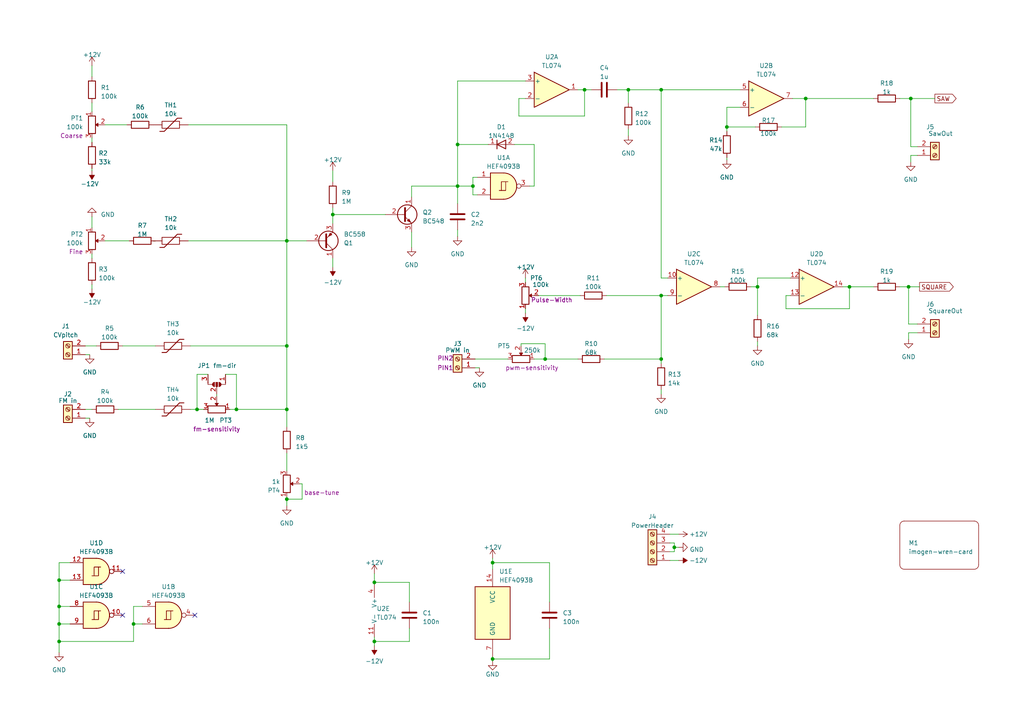
<source format=kicad_sch>
(kicad_sch (version 20230121) (generator eeschema)
  (paper "A4")
  (lib_symbols
    (symbol "000-op-amp-immo:TL074" (pin_names (offset 0.127))
      (property "Reference" "U" (at 0 5.08 0))
      (property "Value" "TL074" (at 0 -5.08 0))
      (symbol "TL074_1_1"
        (pin output line (at 7.62 0 180) (length 2.54) (name "~") (number "1"))
        (pin input line (at -7.62 -2.54 0) (length 2.54) (name "-") (number "2"))
        (pin input line (at -7.62 2.54 0) (length 2.54) (name "+") (number "3"))
      )
      (symbol "TL074_2_1"
        (pin input line (at -7.62 2.54 0) (length 2.54) (name "+") (number "5"))
        (pin input line (at -7.62 -2.54 0) (length 2.54) (name "-") (number "6"))
        (pin output line (at 7.62 0 180) (length 2.54) (name "~") (number "7"))
      )
      (symbol "TL074_3_1"
        (pin input line (at -7.62 2.54 0) (length 2.54) (name "+") (number "10"))
        (pin output line (at 7.62 0 180) (length 2.54) (name "~") (number "8"))
        (pin input line (at -7.62 -2.54 0) (length 2.54) (name "-") (number "9"))
      )
      (symbol "TL074_4_1"
        (pin input line (at -7.62 2.54 0) (length 2.54) (name "+") (number "12"))
        (pin input line (at -7.62 -2.54 0) (length 2.54) (name "-") (number "13"))
        (pin output line (at 7.62 0 180) (length 2.54) (name "~") (number "14"))
      )
      (symbol "TL074_5_1"
        (pin power_in line (at -2.54 -7.62 90) (length 3.81) (name "V-") (number "11"))
        (pin power_in line (at -2.54 7.62 270) (length 3.81) (name "V+") (number "4"))
      )
    )
    (symbol "000-screw-terminals-immo:Screw_Terminal_01x02_small" (pin_names (offset 1.016) hide)
      (property "Reference" "J" (at 0 2.54 0))
      (property "Value" "Screw_Terminal_01x02_small" (at 0 -5.08 0))
      (property "PIN1" "PIN1" (at 3.556 0 0))
      (property "PIN2" "PIN2" (at 3.556 -2.794 0))
      (symbol "Screw_Terminal_01x02_small_1_1"
        (pin passive line (at -5.08 0 0) (length 3.81) (name "Pin_1") (number "1"))
        (pin passive line (at -5.08 -2.54 0) (length 3.81) (name "Pin_2") (number "2"))
      )
    )
    (symbol "000-screw-terminals-immo:pheonix_01x04_screwterminal_2.54mm" (pin_names (offset 1.016) hide)
      (property "Reference" "J" (at 0 5.08 0))
      (property "Value" "pheonix_01x04_screwterminal_2.54mm" (at 0 -7.62 0))
      (symbol "pheonix_01x04_screwterminal_2.54mm_1_1"
        (pin passive line (at -5.08 2.54 0) (length 3.81) (name "Pin_1") (number "1"))
        (pin passive line (at -5.08 0 0) (length 3.81) (name "Pin_2") (number "2"))
        (pin passive line (at -5.08 -2.54 0) (length 3.81) (name "Pin_3") (number "3"))
        (pin passive line (at -5.08 -5.08 0) (length 3.81) (name "Pin_4") (number "4"))
      )
    )
    (symbol "000-thermistor-immo:NTC-thermistor-10k-0805" (pin_numbers hide) (pin_names (offset 0))
      (property "Reference" "TH" (at 2.54 1.27 90))
      (property "Value" "NTC-thermistor-10k-0805" (at -2.54 0 90))
      (symbol "NTC-thermistor-10k-0805_1_1"
        (pin passive line (at 0 5.08 270) (length 2.54) (name "~") (number "1"))
        (pin passive line (at 0 -5.08 90) (length 2.54) (name "~") (number "2"))
      )
    )
    (symbol "000_Capacitor_Film_Immo:100n" (pin_numbers hide) (pin_names (offset 0.254))
      (property "Reference" "C" (at 0.635 2.54 0))
      (property "Value" "100n" (at 0.635 -2.54 0))
      (symbol "100n_1_1"
        (pin passive line (at 0 3.81 270) (length 2.794) (name "~") (number "1"))
        (pin passive line (at 0 -3.81 90) (length 2.794) (name "~") (number "2"))
      )
    )
    (symbol "000_Capacitor_Film_Immo:cap_film_0805" (pin_numbers hide) (pin_names (offset 0.254))
      (property "Reference" "C" (at 0.635 2.54 0))
      (property "Value" "cap_film_0805" (at 0.635 -2.54 0))
      (symbol "cap_film_0805_1_1"
        (pin passive line (at 0 3.81 270) (length 2.794) (name "~") (number "1"))
        (pin passive line (at 0 -3.81 90) (length 2.794) (name "~") (number "2"))
      )
    )
    (symbol "000_Diodes_Immo:1N4148" (pin_names (offset 1.016) hide)
      (property "Reference" "D" (at 0 2.54 0))
      (property "Value" "1N4148" (at 0 -2.54 0))
      (symbol "1N4148_1_1"
        (pin passive line (at -3.81 0 0) (length 2.54) (name "K") (number "1"))
        (pin passive line (at 3.81 0 180) (length 2.54) (name "A") (number "2"))
      )
    )
    (symbol "000_Logic_IC_Immo:MC14093B-quad-AND-schmitt-SMD" (pin_names (offset 1.016))
      (property "Reference" "U" (at -1.27 7.62 0))
      (property "Value" "MC14093B-quad-AND-schmitt-SMD" (at 15.24 5.08 0))
      (symbol "MC14093B-quad-AND-schmitt-SMD_1_1"
        (pin input line (at -7.62 2.54 0) (length 3.81) (name "~") (number "1"))
        (pin input line (at -7.62 -2.54 0) (length 3.81) (name "~") (number "2"))
        (pin output inverted (at 7.62 0 180) (length 3.81) (name "~") (number "3"))
      )
      (symbol "MC14093B-quad-AND-schmitt-SMD_1_2"
        (pin input inverted (at -7.62 2.54 0) (length 4.318) (name "~") (number "1"))
        (pin input inverted (at -7.62 -2.54 0) (length 4.318) (name "~") (number "2"))
        (pin output line (at 7.62 0 180) (length 3.81) (name "~") (number "3"))
      )
      (symbol "MC14093B-quad-AND-schmitt-SMD_2_1"
        (pin output inverted (at 7.62 0 180) (length 3.81) (name "~") (number "4"))
        (pin input line (at -7.62 2.54 0) (length 3.81) (name "~") (number "5"))
        (pin input line (at -7.62 -2.54 0) (length 3.81) (name "~") (number "6"))
      )
      (symbol "MC14093B-quad-AND-schmitt-SMD_2_2"
        (pin output line (at 7.62 0 180) (length 3.81) (name "~") (number "4"))
        (pin input inverted (at -7.62 2.54 0) (length 4.318) (name "~") (number "5"))
        (pin input inverted (at -7.62 -2.54 0) (length 4.318) (name "~") (number "6"))
      )
      (symbol "MC14093B-quad-AND-schmitt-SMD_3_1"
        (pin output inverted (at 7.62 0 180) (length 3.81) (name "~") (number "10"))
        (pin input line (at -7.62 2.54 0) (length 3.81) (name "~") (number "8"))
        (pin input line (at -7.62 -2.54 0) (length 3.81) (name "~") (number "9"))
      )
      (symbol "MC14093B-quad-AND-schmitt-SMD_3_2"
        (pin output line (at 7.62 0 180) (length 3.81) (name "~") (number "10"))
        (pin input inverted (at -7.62 2.54 0) (length 4.318) (name "~") (number "8"))
        (pin input inverted (at -7.62 -2.54 0) (length 4.318) (name "~") (number "9"))
      )
      (symbol "MC14093B-quad-AND-schmitt-SMD_4_1"
        (pin output inverted (at 7.62 0 180) (length 3.81) (name "~") (number "11"))
        (pin input line (at -7.62 2.54 0) (length 3.81) (name "~") (number "12"))
        (pin input line (at -7.62 -2.54 0) (length 3.81) (name "~") (number "13"))
      )
      (symbol "MC14093B-quad-AND-schmitt-SMD_4_2"
        (pin output line (at 7.62 0 180) (length 3.81) (name "~") (number "11"))
        (pin input inverted (at -7.62 2.54 0) (length 4.318) (name "~") (number "12"))
        (pin input inverted (at -7.62 -2.54 0) (length 4.318) (name "~") (number "13"))
      )
      (symbol "MC14093B-quad-AND-schmitt-SMD_5_0"
        (pin power_in line (at 0 12.7 270) (length 5.08) (name "VCC") (number "14"))
        (pin power_in line (at 0 -12.7 90) (length 5.08) (name "GND") (number "7"))
      )
    )
    (symbol "000_Modules_Immo:imogen-wren-card"
      (property "Reference" "M?" (at 0 2.54 0))
      (property "Value" "imogen-wren-card" (at 0 0 0))
    )
    (symbol "000_Resistors_Immo:100k" (pin_numbers hide) (pin_names (offset 0))
      (property "Reference" "R?" (at -2.54 3.81 0))
      (property "Value" "100k" (at -5.08 2.54 0))
      (symbol "100k_1_1"
        (pin passive line (at -3.81 0 0) (length 1.27) (name "~") (number "1"))
        (pin passive line (at 3.81 0 180) (length 1.27) (name "~") (number "2"))
      )
    )
    (symbol "000_Resistors_Immo:50k_trimpot_MT" (pin_names (offset 1.016) hide)
      (property "Reference" "PT" (at 4.318 7.112 0))
      (property "Value" "50k_trimpot_MT" (at 9.652 5.08 0))
      (property "NAME" "Control" (at 6.35 3.048 0))
      (symbol "50k_trimpot_MT_1_1"
        (pin passive line (at 0 3.81 270) (length 1.27) (name "1") (number "1"))
        (pin passive line (at 3.81 0 180) (length 1.27) (name "2") (number "2"))
        (pin passive line (at 0 -3.81 90) (length 1.27) (name "3") (number "3"))
      )
    )
    (symbol "000_Resistors_Immo:Alpha Pot" (pin_names (offset 1.016) hide)
      (property "Reference" "PT" (at 4.318 7.112 0))
      (property "Value" "Alpha Pot" (at 9.652 5.08 0))
      (property "NAME" "Control" (at 6.35 3.048 0))
      (symbol "Alpha Pot_1_1"
        (pin passive line (at 0 3.81 270) (length 1.27) (name "1") (number "1"))
        (pin passive line (at 3.81 0 180) (length 1.27) (name "2") (number "2"))
        (pin passive line (at 0 -3.81 90) (length 1.27) (name "3") (number "3"))
      )
    )
    (symbol "000_Resistors_Immo:Resistor_0805" (pin_numbers hide) (pin_names (offset 0))
      (property "Reference" "R?" (at -2.54 3.81 0))
      (property "Value" "Resistor_0805" (at -5.08 2.54 0))
      (symbol "Resistor_0805_1_1"
        (pin passive line (at -3.81 0 0) (length 1.27) (name "~") (number "1"))
        (pin passive line (at 3.81 0 180) (length 1.27) (name "~") (number "2"))
      )
    )
    (symbol "Jumper_3_Open3small_1" (pin_names (offset 0) hide) (in_bom no)
      (property "Reference" "JP" (at -5.715 5.08 0))
      (property "Value" "Jumper_3_Open3small" (at -1.905 9.525 0))
      (symbol "Jumper_3_Open3small_1_1_1"
        (pin passive line (at -2.54 -3.175 90) (length 2.54) (name "A") (number "1"))
        (pin input line (at 0 2.54 270) (length 2.54) (name "C") (number "2"))
        (pin passive line (at 2.54 -3.175 90) (length 2.54) (name "B") (number "3"))
      )
    )
    (symbol "Transistor_BJT:BC548" (pin_names (offset 0) hide)
      (property "Reference" "Q" (at 5.08 1.905 0))
      (property "Value" "BC548" (at 5.08 0 0))
      (symbol "BC548_1_1"
        (pin passive line (at 2.54 5.08 270) (length 2.54) (name "C") (number "1"))
        (pin input line (at -5.08 0 0) (length 5.08) (name "B") (number "2"))
        (pin passive line (at 2.54 -5.08 90) (length 2.54) (name "E") (number "3"))
      )
    )
    (symbol "Transistor_BJT:BC558" (pin_names (offset 0) hide)
      (property "Reference" "Q" (at 5.08 1.905 0))
      (property "Value" "BC558" (at 5.08 0 0))
      (symbol "BC558_1_1"
        (pin passive line (at 2.54 5.08 270) (length 2.54) (name "C") (number "1"))
        (pin input line (at -5.08 0 0) (length 5.715) (name "B") (number "2"))
        (pin passive line (at 2.54 -5.08 90) (length 2.54) (name "E") (number "3"))
      )
    )
    (symbol "power:+12V" (power) (pin_names (offset 0))
      (property "Value" "+12V" (at 0 3.556 0))
      (symbol "+12V_1_1"
        (pin power_in line (at 0 0 90) (length 0) hide (name "+12V") (number "1"))
      )
    )
    (symbol "power:-12V" (power) (pin_names (offset 0))
      (property "Value" "-12V" (at 0 3.81 0))
      (symbol "-12V_0_0"
        (pin power_in line (at 0 0 90) (length 0) hide (name "-12V") (number "1"))
      )
    )
    (symbol "power:GND" (power) (pin_names (offset 0))
      (property "Value" "GND" (at 0 -3.81 0))
      (symbol "GND_1_1"
        (pin power_in line (at 0 0 270) (length 0) hide (name "GND") (number "1"))
      )
    )
  )
  (junction (at 57.15 118.745))
  (junction (at 142.875 191.135))
  (junction (at 132.715 53.975))
  (junction (at 38.735 180.975))
  (junction (at 195.58 158.75))
  (junction (at 219.71 83.185))
  (junction (at 191.77 26.035))
  (junction (at 263.525 83.185))
  (junction (at 158.115 104.14))
  (junction (at 17.145 186.055))
  (junction (at 182.245 26.035))
  (junction (at 17.145 175.895))
  (junction (at 96.52 62.23))
  (junction (at 83.185 69.85))
  (junction (at 142.875 163.195))
  (junction (at 108.585 186.055))
  (junction (at 264.16 28.575))
  (junction (at 83.185 118.745))
  (junction (at 17.145 180.975))
  (junction (at 83.185 100.33))
  (junction (at 191.77 85.725))
  (junction (at 108.585 168.91))
  (junction (at 246.38 83.185))
  (junction (at 233.68 28.575))
  (junction (at 83.185 144.78))
  (junction (at 137.16 53.975))
  (junction (at 191.77 104.14))
  (junction (at 132.715 41.91))
  (junction (at 169.545 26.035))
  (junction (at 68.58 118.745))
  (junction (at 17.145 168.275))
  (junction (at 210.82 36.83))
  (no_connect (at 35.56 165.735))
  (no_connect (at 56.515 178.435))
  (no_connect (at 35.56 178.435))
  (wire (pts (xy 264.16 42.545) (xy 264.16 28.575)))
  (wire (pts (xy 227.965 85.725) (xy 227.965 89.535)))
  (wire (pts (xy 17.145 175.895) (xy 20.32 175.895)))
  (wire (pts (xy 246.38 83.185) (xy 253.365 83.185)))
  (wire (pts (xy 17.145 175.895) (xy 17.145 168.275)))
  (wire (pts (xy 263.525 83.185) (xy 266.7 83.185)))
  (wire (pts (xy 159.385 163.195) (xy 159.385 174.625)))
  (wire (pts (xy 260.985 83.185) (xy 263.525 83.185)))
  (wire (pts (xy 26.67 19.05) (xy 26.67 22.225)))
  (wire (pts (xy 233.68 28.575) (xy 253.365 28.575)))
  (wire (pts (xy 119.38 53.975) (xy 132.715 53.975)))
  (wire (pts (xy 141.605 41.91) (xy 132.715 41.91)))
  (wire (pts (xy 30.48 69.85) (xy 37.465 69.85)))
  (wire (pts (xy 152.4 80.645) (xy 152.4 81.915)))
  (wire (pts (xy 38.735 186.055) (xy 38.735 180.975)))
  (wire (pts (xy 30.48 36.195) (xy 36.83 36.195)))
  (wire (pts (xy 17.145 163.195) (xy 20.32 163.195)))
  (wire (pts (xy 119.38 53.975) (xy 119.38 57.15)))
  (wire (pts (xy 158.115 104.14) (xy 167.64 104.14)))
  (wire (pts (xy 132.715 23.495) (xy 132.715 41.91)))
  (wire (pts (xy 210.82 31.115) (xy 210.82 36.83)))
  (wire (pts (xy 196.85 154.94) (xy 194.31 154.94)))
  (wire (pts (xy 214.63 31.115) (xy 210.82 31.115)))
  (wire (pts (xy 179.07 26.035) (xy 182.245 26.035)))
  (wire (pts (xy 118.745 174.625) (xy 118.745 168.91)))
  (wire (pts (xy 217.805 83.185) (xy 219.71 83.185)))
  (wire (pts (xy 45.085 69.85) (xy 44.45 69.85)))
  (wire (pts (xy 87.63 140.335) (xy 87.63 144.78)))
  (wire (pts (xy 54.61 69.85) (xy 83.185 69.85)))
  (wire (pts (xy 191.77 26.035) (xy 214.63 26.035)))
  (wire (pts (xy 191.77 105.41) (xy 191.77 104.14)))
  (wire (pts (xy 96.52 74.93) (xy 96.52 77.47)))
  (wire (pts (xy 153.67 53.975) (xy 154.94 53.975)))
  (wire (pts (xy 26.035 121.285) (xy 24.765 121.285)))
  (wire (pts (xy 26.67 62.865) (xy 26.67 66.04)))
  (wire (pts (xy 65.405 108.585) (xy 68.58 108.585)))
  (wire (pts (xy 68.58 118.745) (xy 83.185 118.745)))
  (wire (pts (xy 208.915 83.185) (xy 210.185 83.185)))
  (wire (pts (xy 26.67 41.275) (xy 26.67 40.005)))
  (wire (pts (xy 154.94 53.975) (xy 154.94 41.91)))
  (wire (pts (xy 86.995 140.335) (xy 87.63 140.335)))
  (wire (pts (xy 96.52 62.23) (xy 111.76 62.23)))
  (wire (pts (xy 264.16 45.085) (xy 266.065 45.085)))
  (wire (pts (xy 26.035 102.87) (xy 24.765 102.87)))
  (wire (pts (xy 194.31 160.02) (xy 195.58 160.02)))
  (wire (pts (xy 83.185 131.445) (xy 83.185 136.525)))
  (wire (pts (xy 169.545 33.655) (xy 169.545 26.035)))
  (wire (pts (xy 139.065 106.68) (xy 137.795 106.68)))
  (wire (pts (xy 26.67 74.93) (xy 26.67 73.66)))
  (wire (pts (xy 175.26 104.14) (xy 191.77 104.14)))
  (wire (pts (xy 38.735 180.975) (xy 41.275 180.975)))
  (wire (pts (xy 182.245 37.465) (xy 182.245 39.37)))
  (wire (pts (xy 191.77 26.035) (xy 191.77 80.645)))
  (wire (pts (xy 142.875 163.195) (xy 159.385 163.195)))
  (wire (pts (xy 60.325 108.585) (xy 57.15 108.585)))
  (wire (pts (xy 96.52 62.23) (xy 96.52 64.77)))
  (wire (pts (xy 17.145 168.275) (xy 17.145 163.195)))
  (wire (pts (xy 24.765 118.745) (xy 26.67 118.745)))
  (wire (pts (xy 55.245 118.745) (xy 57.15 118.745)))
  (wire (pts (xy 132.715 66.675) (xy 132.715 68.58)))
  (wire (pts (xy 34.29 118.745) (xy 45.085 118.745)))
  (wire (pts (xy 246.38 89.535) (xy 246.38 83.185)))
  (wire (pts (xy 233.68 36.83) (xy 226.695 36.83)))
  (wire (pts (xy 142.875 163.195) (xy 142.875 165.1)))
  (wire (pts (xy 142.875 191.77) (xy 142.875 191.135)))
  (wire (pts (xy 57.15 108.585) (xy 57.15 118.745)))
  (wire (pts (xy 17.145 186.055) (xy 38.735 186.055)))
  (wire (pts (xy 263.525 93.98) (xy 266.065 93.98)))
  (wire (pts (xy 263.525 96.52) (xy 266.065 96.52)))
  (wire (pts (xy 26.67 49.53) (xy 26.67 48.895)))
  (wire (pts (xy 195.58 160.02) (xy 195.58 158.75)))
  (wire (pts (xy 152.4 28.575) (xy 150.495 28.575)))
  (wire (pts (xy 108.585 166.37) (xy 108.585 168.91)))
  (wire (pts (xy 132.715 23.495) (xy 152.4 23.495)))
  (wire (pts (xy 132.715 53.975) (xy 137.16 53.975)))
  (wire (pts (xy 150.495 28.575) (xy 150.495 33.655)))
  (wire (pts (xy 17.145 189.23) (xy 17.145 186.055)))
  (wire (pts (xy 108.585 184.785) (xy 108.585 186.055)))
  (wire (pts (xy 138.43 51.435) (xy 137.16 51.435)))
  (wire (pts (xy 169.545 26.035) (xy 167.64 26.035)))
  (wire (pts (xy 38.735 180.975) (xy 38.735 175.895)))
  (wire (pts (xy 264.16 46.99) (xy 264.16 45.085)))
  (wire (pts (xy 137.16 56.515) (xy 137.16 53.975)))
  (wire (pts (xy 194.31 157.48) (xy 195.58 157.48)))
  (wire (pts (xy 83.185 36.195) (xy 54.61 36.195)))
  (wire (pts (xy 83.185 36.195) (xy 83.185 69.85)))
  (wire (pts (xy 108.585 168.91) (xy 108.585 169.545)))
  (wire (pts (xy 57.15 118.745) (xy 59.055 118.745)))
  (wire (pts (xy 191.77 85.725) (xy 193.675 85.725)))
  (wire (pts (xy 151.13 99.695) (xy 151.13 100.33)))
  (wire (pts (xy 68.58 118.745) (xy 66.675 118.745)))
  (wire (pts (xy 159.385 191.135) (xy 142.875 191.135)))
  (wire (pts (xy 55.245 100.33) (xy 83.185 100.33)))
  (wire (pts (xy 108.585 186.055) (xy 108.585 187.325)))
  (wire (pts (xy 264.16 28.575) (xy 271.145 28.575)))
  (wire (pts (xy 26.67 83.82) (xy 26.67 82.55)))
  (wire (pts (xy 118.745 186.055) (xy 108.585 186.055)))
  (wire (pts (xy 154.94 104.14) (xy 158.115 104.14)))
  (wire (pts (xy 156.21 85.725) (xy 168.275 85.725)))
  (wire (pts (xy 182.245 26.035) (xy 182.245 29.845)))
  (wire (pts (xy 246.38 83.185) (xy 244.475 83.185)))
  (wire (pts (xy 137.16 51.435) (xy 137.16 53.975)))
  (wire (pts (xy 194.31 162.56) (xy 196.85 162.56)))
  (wire (pts (xy 83.185 144.78) (xy 83.185 146.685)))
  (wire (pts (xy 191.77 114.3) (xy 191.77 113.03)))
  (wire (pts (xy 219.71 83.185) (xy 219.71 91.44)))
  (wire (pts (xy 132.715 59.055) (xy 132.715 53.975)))
  (wire (pts (xy 17.145 168.275) (xy 20.32 168.275)))
  (wire (pts (xy 24.765 100.33) (xy 27.94 100.33)))
  (wire (pts (xy 96.52 60.325) (xy 96.52 62.23)))
  (wire (pts (xy 119.38 71.755) (xy 119.38 67.31)))
  (wire (pts (xy 195.58 158.75) (xy 195.58 157.48)))
  (wire (pts (xy 17.145 180.975) (xy 17.145 175.895)))
  (wire (pts (xy 17.145 180.975) (xy 20.32 180.975)))
  (wire (pts (xy 158.115 99.695) (xy 151.13 99.695)))
  (wire (pts (xy 142.875 161.925) (xy 142.875 163.195)))
  (wire (pts (xy 150.495 33.655) (xy 169.545 33.655)))
  (wire (pts (xy 191.77 80.645) (xy 193.675 80.645)))
  (wire (pts (xy 233.68 28.575) (xy 233.68 36.83)))
  (wire (pts (xy 62.865 114.3) (xy 62.865 114.935)))
  (wire (pts (xy 219.71 100.33) (xy 219.71 99.06)))
  (wire (pts (xy 158.115 104.14) (xy 158.115 99.695)))
  (wire (pts (xy 219.71 80.645) (xy 229.235 80.645)))
  (wire (pts (xy 83.185 123.825) (xy 83.185 118.745)))
  (wire (pts (xy 138.43 56.515) (xy 137.16 56.515)))
  (wire (pts (xy 38.735 175.895) (xy 41.275 175.895)))
  (wire (pts (xy 132.715 41.91) (xy 132.715 53.975)))
  (wire (pts (xy 118.745 168.91) (xy 108.585 168.91)))
  (wire (pts (xy 96.52 49.53) (xy 96.52 52.705)))
  (wire (pts (xy 182.245 26.035) (xy 191.77 26.035)))
  (wire (pts (xy 263.525 98.425) (xy 263.525 96.52)))
  (wire (pts (xy 169.545 26.035) (xy 171.45 26.035)))
  (wire (pts (xy 159.385 182.245) (xy 159.385 191.135)))
  (wire (pts (xy 229.235 85.725) (xy 227.965 85.725)))
  (wire (pts (xy 195.58 158.75) (xy 196.85 158.75)))
  (wire (pts (xy 68.58 108.585) (xy 68.58 118.745)))
  (wire (pts (xy 118.745 182.245) (xy 118.745 186.055)))
  (wire (pts (xy 210.82 45.72) (xy 210.82 46.355)))
  (wire (pts (xy 137.795 104.14) (xy 147.32 104.14)))
  (wire (pts (xy 210.82 36.83) (xy 219.075 36.83)))
  (wire (pts (xy 35.56 100.33) (xy 45.085 100.33)))
  (wire (pts (xy 26.67 29.845) (xy 26.67 32.385)))
  (wire (pts (xy 191.77 104.14) (xy 191.77 85.725)))
  (wire (pts (xy 210.82 36.83) (xy 210.82 38.1)))
  (wire (pts (xy 87.63 144.78) (xy 83.185 144.78)))
  (wire (pts (xy 266.065 42.545) (xy 264.16 42.545)))
  (wire (pts (xy 263.525 83.185) (xy 263.525 93.98)))
  (wire (pts (xy 83.185 69.85) (xy 83.185 100.33)))
  (wire (pts (xy 229.87 28.575) (xy 233.68 28.575)))
  (wire (pts (xy 142.875 191.135) (xy 142.875 190.5)))
  (wire (pts (xy 154.94 41.91) (xy 149.225 41.91)))
  (wire (pts (xy 260.985 28.575) (xy 264.16 28.575)))
  (wire (pts (xy 219.71 83.185) (xy 219.71 80.645)))
  (wire (pts (xy 83.185 69.85) (xy 88.9 69.85)))
  (wire (pts (xy 175.895 85.725) (xy 191.77 85.725)))
  (wire (pts (xy 17.145 186.055) (xy 17.145 180.975)))
  (wire (pts (xy 83.185 100.33) (xy 83.185 118.745)))
  (wire (pts (xy 83.185 144.145) (xy 83.185 144.78)))
  (wire (pts (xy 152.4 90.805) (xy 152.4 89.535)))
  (wire (pts (xy 227.965 89.535) (xy 246.38 89.535)))
  (global_label "SAW" (shape output) (at 271.145 28.575 0) (property "Intersheetrefs" "${INTERSHEET_REFS}" (effects hide)))
  (global_label "SQUARE" (shape output) (at 266.7 83.185 0) (property "Intersheetrefs" "${INTERSHEET_REFS}" (effects hide)))
  (symbol (lib_id "000_Resistors_Immo:100k") (at 40.64 36.195 0) (unit 1)
    (property "Reference" "R6" (at 40.64 31.115 0))
    (property "Value" "100k" (at 40.64 33.655 0))
    (property "Footprint" "Resistor_SMD:R_0805_2012Metric_Pad1.20x1.40mm_HandSolder" (effects hide))
    (property "JLCpart" "C280020" (effects hide))
    (property "Cost" "0.0027" (effects hide))
  )
  (symbol (lib_id "000-screw-terminals-immo:Screw_Terminal_01x02_small") (at 271.145 96.52 0) (mirror x) (unit 1)
    (property "Reference" "J6" (at 268.605 88.265 0) (effects (justify left)))
    (property "Value" "SquareOut" (at 269.24 90.17 0) (effects (justify left)))
    (property "Footprint" "000-screw-terminals-immo:TerminalBlock_Phoenix_MPT-0,5-2-2.54_1x02_P2.54mm_Horizontal" (effects hide))
    (property "PIN1" "PIN1" (effects hide))
    (property "PIN2" "PIN2" (effects hide))
  )
  (symbol (lib_id "power:+12V") (at 152.4 80.645 0) (unit 1)
    (property "Reference" "#PWR018" (effects hide))
    (property "Value" "+12V" (at 152.4 77.47 0))
  )
  (symbol (lib_id "power:+12V") (at 26.67 19.05 0) (unit 1)
    (property "Reference" "#PWR04" (effects hide))
    (property "Value" "+12V" (at 26.67 15.875 0))
  )
  (symbol (lib_id "000_Resistors_Immo:100k") (at 31.75 100.33 0) (unit 1)
    (property "Reference" "R5" (at 31.75 95.25 0))
    (property "Value" "100k" (at 31.75 97.79 0))
    (property "Footprint" "Resistor_SMD:R_0805_2012Metric_Pad1.20x1.40mm_HandSolder" (effects hide))
    (property "JLCpart" "C280020" (effects hide))
    (property "Cost" "0.0027" (effects hide))
  )
  (symbol (lib_id "000_Resistors_Immo:100k") (at 26.67 26.035 90) (unit 1)
    (property "Reference" "R1" (at 29.21 25.4 90) (effects (justify right)))
    (property "Value" "100k" (at 29.21 27.94 90) (effects (justify right)))
    (property "Footprint" "Resistor_SMD:R_0805_2012Metric_Pad1.20x1.40mm_HandSolder" (effects hide))
    (property "JLCpart" "C280020" (effects hide))
    (property "Cost" "0.0027" (effects hide))
  )
  (symbol (lib_id "power:-12V") (at 152.4 90.805 180) (unit 1)
    (property "Reference" "#PWR019" (effects hide))
    (property "Value" "-12V" (at 152.4 95.25 0))
  )
  (symbol (lib_id "000_Capacitor_Film_Immo:100n") (at 132.715 62.865 0) (unit 1)
    (property "Reference" "C2" (at 136.525 62.23 0) (effects (justify left)))
    (property "Value" "2n2" (at 136.525 64.77 0) (effects (justify left)))
    (property "Footprint" "000_Capacitors_Immo:C_0805_2012_HandSolder_kawaii" (effects hide))
    (property "JLCpart" "C779975" (effects hide))
    (property "Cost" "0.02" (effects hide))
  )
  (symbol (lib_id "000_Resistors_Immo:100k") (at 26.67 78.74 90) (unit 1)
    (property "Reference" "R3" (at 28.575 78.105 90) (effects (justify right)))
    (property "Value" "100k" (at 28.575 80.645 90) (effects (justify right)))
    (property "Footprint" "Resistor_SMD:R_0805_2012Metric_Pad1.20x1.40mm_HandSolder" (effects hide))
    (property "JLCpart" "C280020" (effects hide))
    (property "Cost" "0.0027" (effects hide))
  )
  (symbol (lib_id "power:-12V") (at 26.67 83.82 180) (unit 1)
    (property "Reference" "#PWR07" (effects hide))
    (property "Value" "-12V" (at 26.67 87.63 0))
  )
  (symbol (lib_id "000_Resistors_Immo:50k_trimpot_MT") (at 62.865 118.745 270) (mirror x) (unit 1)
    (property "Reference" "PT3" (at 67.31 121.92 90) (effects (justify right)))
    (property "Value" "1M" (at 62.23 121.92 90) (effects (justify right)))
    (property "Footprint" "000_Resistors_Immo:Potentiometer_Bourns_3296W_Vertical" (effects hide))
    (property "NAME" "fm-sensitivity" (at 62.865 124.46 90))
    (property "JLCpart" "C118911" (effects hide))
    (property "cost" "0.147" (effects hide))
  )
  (symbol (lib_id "Transistor_BJT:BC548") (at 116.84 62.23 0) (unit 1)
    (property "Reference" "Q2" (at 122.555 61.595 0) (effects (justify left)))
    (property "Value" "BC548" (at 122.555 64.135 0) (effects (justify left)))
    (property "Footprint" "Package_TO_SOT_THT:TO-92_Inline" (effects hide))
    (property "Datasheet" "https://www.onsemi.com/pub/Collateral/BC550-D.pdf" (effects hide))
  )
  (symbol (lib_id "000_Resistors_Immo:100k") (at 222.885 36.83 180) (unit 1)
    (property "Reference" "R17" (at 222.885 34.925 0))
    (property "Value" "100k" (at 222.885 38.735 0))
    (property "Footprint" "Resistor_SMD:R_0805_2012Metric_Pad1.20x1.40mm_HandSolder" (effects hide))
    (property "JLCpart" "C280020" (effects hide))
    (property "Cost" "0.0027" (effects hide))
  )
  (symbol (lib_id "power:GND") (at 119.38 71.755 0) (unit 1)
    (property "Reference" "#PWR013" (effects hide))
    (property "Value" "GND" (at 119.38 76.835 0))
  )
  (symbol (lib_id "power:+12V") (at 108.585 166.37 0) (unit 1)
    (property "Reference" "#PWR011" (effects hide))
    (property "Value" "+12V" (at 108.585 163.195 0))
  )
  (symbol (lib_id "000-op-amp-immo:TL074") (at 111.125 177.165 0) (unit 5)
    (property "Reference" "U2" (at 109.22 176.53 0) (effects (justify left)))
    (property "Value" "TL074" (at 109.22 179.07 0) (effects (justify left)))
    (property "Footprint" "Package_SO:SOIC-14_3.9x8.7mm_P1.27mm" (effects hide))
    (property "Datasheet" "http://www.ti.com/lit/ds/symlink/tl071.pdf" (effects hide))
    (property "RSpart" "661-0076" (effects hide))
    (property "supplier" "https://uk.rs-online.com/web/p/op-amps/6610076?gb=s" (effects hide))
    (property "cost" "£0.426" (effects hide))
  )
  (symbol (lib_id "000_Resistors_Immo:Resistor_0805") (at 26.67 45.085 90) (unit 1)
    (property "Reference" "R2" (at 28.575 44.45 90) (effects (justify right)))
    (property "Value" "33k" (at 28.575 46.99 90) (effects (justify right)))
    (property "Footprint" "Resistor_SMD:R_0805_2012Metric_Pad1.20x1.40mm_HandSolder" (effects hide))
  )
  (symbol (lib_id "000_Resistors_Immo:Alpha Pot") (at 26.67 69.85 0) (unit 1)
    (property "Reference" "PT2" (at 24.13 67.945 0) (effects (justify right)))
    (property "Value" "100k" (at 24.13 70.485 0) (effects (justify right)))
    (property "Footprint" "000_Resistors_Immo:Potentiometer_Alpha_RD901F-40-00D_Single_Vertical_CircularHoles" (effects hide))
    (property "NAME" "Fine" (at 24.13 73.025 0) (effects (justify right)))
  )
  (symbol (lib_id "000_Resistors_Immo:Alpha Pot") (at 26.67 36.195 0) (unit 1)
    (property "Reference" "PT1" (at 24.13 34.29 0) (effects (justify right)))
    (property "Value" "100k" (at 24.13 36.83 0) (effects (justify right)))
    (property "Footprint" "000_Resistors_Immo:Potentiometer_Alpha_RD901F-40-00D_Single_Vertical_CircularHoles" (effects hide))
    (property "NAME" "Coarse" (at 24.13 39.37 0) (effects (justify right)))
  )
  (symbol (lib_id "power:-12V") (at 108.585 187.325 180) (unit 1)
    (property "Reference" "#PWR012" (effects hide))
    (property "Value" "-12V" (at 108.585 191.77 0))
  )
  (symbol (lib_id "000_Resistors_Immo:Resistor_0805") (at 210.82 41.91 90) (unit 1)
    (property "Reference" "R14" (at 207.645 40.64 90))
    (property "Value" "47k" (at 207.645 43.18 90))
    (property "Footprint" "Resistor_SMD:R_0805_2012Metric_Pad1.20x1.40mm_HandSolder" (effects hide))
  )
  (symbol (lib_id "000-screw-terminals-immo:Screw_Terminal_01x02_small") (at 19.685 121.285 180) (unit 1)
    (property "Reference" "J2" (at 19.685 114.3 0))
    (property "Value" "FM in" (at 19.685 116.205 0))
    (property "Footprint" "000-screw-terminals-immo:TerminalBlock_Phoenix_MPT-0,5-2-2.54_1x02_P2.54mm_Horizontal" (effects hide))
    (property "PIN1" "PIN1" (effects hide))
    (property "PIN2" "PIN2" (effects hide))
  )
  (symbol (lib_id "000_Resistors_Immo:Alpha Pot") (at 152.4 85.725 0) (mirror x) (unit 1)
    (property "Reference" "PT6" (at 155.575 80.645 0))
    (property "Value" "100k" (at 156.845 82.55 0))
    (property "Footprint" "000_Resistors_Immo:Potentiometer_Alpha_RD901F-40-00D_Single_Vertical_CircularHoles" (effects hide))
    (property "NAME" "Pulse-Width" (at 160.02 86.995 0))
  )
  (symbol (lib_id "000_Resistors_Immo:Resistor_0805") (at 96.52 56.515 90) (unit 1)
    (property "Reference" "R9" (at 99.06 55.88 90) (effects (justify right)))
    (property "Value" "1M" (at 99.06 58.42 90) (effects (justify right)))
    (property "Footprint" "Resistor_SMD:R_0805_2012Metric_Pad1.20x1.40mm_HandSolder" (effects hide))
  )
  (symbol (lib_id "power:GND") (at 26.035 102.87 0) (unit 1)
    (property "Reference" "#PWR02" (effects hide))
    (property "Value" "GND" (at 26.035 107.95 0))
  )
  (symbol (lib_id "000-screw-terminals-immo:Screw_Terminal_01x02_small") (at 271.145 45.085 0) (mirror x) (unit 1)
    (property "Reference" "J5" (at 268.605 36.83 0) (effects (justify left)))
    (property "Value" "SawOut" (at 269.24 38.735 0) (effects (justify left)))
    (property "Footprint" "000-screw-terminals-immo:TerminalBlock_Phoenix_MPT-0,5-2-2.54_1x02_P2.54mm_Horizontal" (effects hide))
    (property "PIN1" "PIN1" (effects hide))
    (property "PIN2" "PIN2" (effects hide))
  )
  (symbol (lib_id "000-thermistor-immo:NTC-thermistor-10k-0805") (at 50.165 100.33 90) (unit 1)
    (property "Reference" "TH3" (at 50.165 93.98 90))
    (property "Value" "10k" (at 50.165 96.52 90))
    (property "Footprint" "000_Resistors_Immo:Resistor_0805_2012_handsolder" (effects hide))
    (property "RSpart" "202-5368" (effects hide))
    (property "supplier" "https://uk.rs-online.com/web/p/thermistor-ics/2025368?gb=s" (effects hide))
    (property "cost" "£0.149" (effects hide))
  )
  (symbol (lib_id "power:GND") (at 210.82 46.355 0) (unit 1)
    (property "Reference" "#PWR025" (effects hide))
    (property "Value" "GND" (at 210.82 51.435 0))
  )
  (symbol (lib_id "000-screw-terminals-immo:Screw_Terminal_01x02_small") (at 19.685 102.87 180) (unit 1)
    (property "Reference" "J1" (at 19.05 94.615 0))
    (property "Value" "CVpitch" (at 19.05 97.155 0))
    (property "Footprint" "000-screw-terminals-immo:TerminalBlock_Phoenix_MPT-0,5-2-2.54_1x02_P2.54mm_Horizontal" (effects hide))
    (property "PIN1" "PIN1" (effects hide))
    (property "PIN2" "PIN2" (effects hide))
  )
  (symbol (lib_name "Jumper_3_Open3small_1") (lib_id "000_Connectors_Immo:Jumper_3_Open3small") (at 62.865 111.76 180) (unit 1) (in_bom no)
    (property "Reference" "JP1" (at 60.96 106.045 0) (effects (justify left)))
    (property "Value" "fm-dir" (at 68.58 106.045 0) (effects (justify left)))
    (property "Footprint" "Jumper:SolderJumper-3_P1.3mm_Open_RoundedPad1.0x1.5mm_NumberLabels" (effects hide))
  )
  (symbol (lib_id "000_Capacitor_Film_Immo:cap_film_0805") (at 175.26 26.035 90) (unit 1)
    (property "Reference" "C4" (at 175.26 19.685 90))
    (property "Value" "1u" (at 175.26 22.225 90))
    (property "Footprint" "Capacitor_SMD:C_0805_2012Metric_Pad1.18x1.45mm_HandSolder" (effects hide))
  )
  (symbol (lib_id "000_Resistors_Immo:Resistor_0805") (at 219.71 95.25 90) (unit 1)
    (property "Reference" "R16" (at 222.25 94.615 90) (effects (justify right)))
    (property "Value" "68k" (at 222.25 97.155 90) (effects (justify right)))
    (property "Footprint" "Resistor_SMD:R_0805_2012Metric_Pad1.20x1.40mm_HandSolder" (effects hide))
  )
  (symbol (lib_id "000-screw-terminals-immo:Screw_Terminal_01x02_small") (at 132.715 106.68 180) (unit 1)
    (property "Reference" "J3" (at 132.715 99.695 0))
    (property "Value" "PWM in" (at 132.715 101.6 0))
    (property "Footprint" "000-screw-terminals-immo:TerminalBlock_Phoenix_MPT-0,5-2-2.54_1x02_P2.54mm_Horizontal" (effects hide))
    (property "PIN1" "PIN1" (at 129.159 106.68 0))
    (property "PIN2" "PIN2" (at 129.159 103.886 0))
  )
  (symbol (lib_id "000_Resistors_Immo:Resistor_0805") (at 191.77 109.22 90) (unit 1)
    (property "Reference" "R13" (at 193.675 108.585 90) (effects (justify right)))
    (property "Value" "14k" (at 193.675 111.125 90) (effects (justify right)))
    (property "Footprint" "Resistor_SMD:R_0805_2012Metric_Pad1.20x1.40mm_HandSolder" (effects hide))
  )
  (symbol (lib_id "power:GND") (at 139.065 106.68 0) (unit 1)
    (property "Reference" "#PWR015" (effects hide))
    (property "Value" "GND" (at 139.065 111.76 0))
  )
  (symbol (lib_id "power:GND") (at 132.715 68.58 0) (unit 1)
    (property "Reference" "#PWR014" (effects hide))
    (property "Value" "GND" (at 132.715 73.66 0))
  )
  (symbol (lib_id "power:GND") (at 142.875 191.77 0) (unit 1)
    (property "Reference" "#PWR017" (effects hide))
    (property "Value" "GND" (at 142.875 195.58 0))
  )
  (symbol (lib_id "power:-12V") (at 26.67 49.53 180) (unit 1)
    (property "Reference" "#PWR05" (effects hide))
    (property "Value" "-12V" (at 26.035 53.34 0))
  )
  (symbol (lib_id "000-screw-terminals-immo:pheonix_01x04_screwterminal_2.54mm") (at 189.23 160.02 180) (unit 1)
    (property "Reference" "J4" (at 189.23 149.86 0))
    (property "Value" "PowerHeader" (at 189.23 152.4 0))
    (property "Footprint" "TerminalBlock_Phoenix:TerminalBlock_Phoenix_MPT-0,5-4-2.54_1x04_P2.54mm_Horizontal" (effects hide))
    (property "Datasheet" "https://uk.farnell.com/wago/236-402/terminal-block-wire-to-brd-2pos/dp/1283526" (effects hide))
  )
  (symbol (lib_id "000_Resistors_Immo:100k") (at 30.48 118.745 0) (unit 1)
    (property "Reference" "R4" (at 30.48 113.665 0))
    (property "Value" "100k" (at 30.48 116.205 0))
    (property "Footprint" "Resistor_SMD:R_0805_2012Metric_Pad1.20x1.40mm_HandSolder" (effects hide))
    (property "JLCpart" "C280020" (effects hide))
    (property "Cost" "0.0027" (effects hide))
  )
  (symbol (lib_id "000_Logic_IC_Immo:MC14093B-quad-AND-schmitt-SMD") (at 48.895 178.435 0) (unit 2)
    (property "Reference" "U1" (at 48.8867 170.18 0))
    (property "Value" "HEF4093B" (at 48.8867 172.72 0))
    (property "Footprint" "Package_SO:SOIC-14_3.9x8.7mm_P1.27mm" (effects hide))
    (property "Datasheet" "https://assets.nexperia.com/documents/data-sheet/HEF4093B.pdf" (effects hide))
    (property "RSpart" "  518-9192" (effects hide))
    (property "supplier" "https://uk.rs-online.com/web/p/logic-gates/5189192?gb=s" (effects hide))
    (property "cost" "£0.50" (effects hide))
  )
  (symbol (lib_id "000-op-amp-immo:TL074") (at 236.855 83.185 0) (unit 4)
    (property "Reference" "U2" (at 236.855 73.66 0))
    (property "Value" "TL074" (at 236.855 76.2 0))
    (property "Footprint" "Package_SO:SOIC-14_3.9x8.7mm_P1.27mm" (effects hide))
    (property "Datasheet" "http://www.ti.com/lit/ds/symlink/tl071.pdf" (effects hide))
    (property "RSpart" "661-0076" (effects hide))
    (property "supplier" "https://uk.rs-online.com/web/p/op-amps/6610076?gb=s" (effects hide))
    (property "cost" "£0.426" (effects hide))
  )
  (symbol (lib_id "000-thermistor-immo:NTC-thermistor-10k-0805") (at 49.53 36.195 90) (unit 1)
    (property "Reference" "TH1" (at 49.53 30.48 90))
    (property "Value" "10k" (at 49.53 33.02 90))
    (property "Footprint" "000_Resistors_Immo:Resistor_0805_2012_handsolder" (effects hide))
    (property "RSpart" "202-5368" (effects hide))
    (property "supplier" "https://uk.rs-online.com/web/p/thermistor-ics/2025368?gb=s" (effects hide))
    (property "cost" "£0.149" (effects hide))
  )
  (symbol (lib_id "power:GND") (at 191.77 114.3 0) (unit 1)
    (property "Reference" "#PWR021" (effects hide))
    (property "Value" "GND" (at 191.77 119.38 0))
  )
  (symbol (lib_id "000-thermistor-immo:NTC-thermistor-10k-0805") (at 49.53 69.85 90) (unit 1)
    (property "Reference" "TH2" (at 49.53 63.5 90))
    (property "Value" "10k" (at 49.53 66.04 90))
    (property "Footprint" "000_Resistors_Immo:Resistor_0805_2012_handsolder" (effects hide))
    (property "RSpart" "202-5368" (effects hide))
    (property "supplier" "https://uk.rs-online.com/web/p/thermistor-ics/2025368?gb=s" (effects hide))
    (property "cost" "£0.149" (effects hide))
  )
  (symbol (lib_id "000_Capacitor_Film_Immo:100n") (at 159.385 178.435 0) (unit 1)
    (property "Reference" "C3" (at 163.195 177.8 0) (effects (justify left)))
    (property "Value" "100n" (at 163.195 180.34 0) (effects (justify left)))
    (property "Footprint" "000_Capacitors_Immo:C_0805_2012_HandSolder_kawaii" (effects hide))
    (property "JLCpart" "C779975" (effects hide))
    (property "Cost" "0.02" (effects hide))
  )
  (symbol (lib_id "power:GND") (at 263.525 98.425 0) (unit 1)
    (property "Reference" "#PWR027" (effects hide))
    (property "Value" "GND" (at 263.525 103.505 0))
  )
  (symbol (lib_id "Transistor_BJT:BC558") (at 93.98 69.85 0) (mirror x) (unit 1)
    (property "Reference" "Q1" (at 99.695 70.485 0) (effects (justify left)))
    (property "Value" "BC558" (at 99.695 67.945 0) (effects (justify left)))
    (property "Footprint" "Package_TO_SOT_THT:TO-92_Inline" (effects hide))
    (property "Datasheet" "https://www.onsemi.com/pub/Collateral/BC556BTA-D.pdf" (effects hide))
  )
  (symbol (lib_id "000_Resistors_Immo:Resistor_0805") (at 257.175 28.575 0) (unit 1)
    (property "Reference" "R18" (at 257.175 24.13 0))
    (property "Value" "1k" (at 257.175 26.67 0))
    (property "Footprint" "Resistor_SMD:R_0805_2012Metric_Pad1.20x1.40mm_HandSolder" (effects hide))
  )
  (symbol (lib_id "000_Resistors_Immo:50k_trimpot_MT") (at 151.13 104.14 270) (mirror x) (unit 1)
    (property "Reference" "PT5" (at 147.955 100.33 90) (effects (justify right)))
    (property "Value" "250k" (at 156.845 101.6 90) (effects (justify right)))
    (property "Footprint" "000_Resistors_Immo:Potentiometer_Bourns_3296W_Vertical" (effects hide))
    (property "NAME" "pwm-sensitivity" (at 154.305 106.68 90))
    (property "JLCpart" "C118911" (effects hide))
    (property "cost" "0.147" (effects hide))
  )
  (symbol (lib_id "000_Resistors_Immo:Resistor_0805") (at 41.275 69.85 0) (unit 1)
    (property "Reference" "R7" (at 41.275 65.405 0))
    (property "Value" "1M" (at 41.275 67.945 0))
    (property "Footprint" "Resistor_SMD:R_0805_2012Metric_Pad1.20x1.40mm_HandSolder" (effects hide))
  )
  (symbol (lib_id "000_Logic_IC_Immo:MC14093B-quad-AND-schmitt-SMD") (at 146.05 53.975 0) (unit 1)
    (property "Reference" "U1" (at 146.0417 45.72 0))
    (property "Value" "HEF4093B" (at 146.0417 48.26 0))
    (property "Footprint" "Package_SO:SOIC-14_3.9x8.7mm_P1.27mm" (effects hide))
    (property "Datasheet" "https://assets.nexperia.com/documents/data-sheet/HEF4093B.pdf" (effects hide))
    (property "RSpart" "  518-9192" (effects hide))
    (property "supplier" "https://uk.rs-online.com/web/p/logic-gates/5189192?gb=s" (effects hide))
    (property "cost" "£0.50" (effects hide))
  )
  (symbol (lib_id "power:GND") (at 26.035 121.285 0) (unit 1)
    (property "Reference" "#PWR03" (effects hide))
    (property "Value" "GND" (at 26.035 126.365 0))
  )
  (symbol (lib_id "power:GND") (at 17.145 189.23 0) (unit 1)
    (property "Reference" "#PWR01" (effects hide))
    (property "Value" "GND" (at 17.145 194.31 0))
  )
  (symbol (lib_id "000_Resistors_Immo:Resistor_0805") (at 257.175 83.185 0) (unit 1)
    (property "Reference" "R19" (at 257.175 78.74 0))
    (property "Value" "1k" (at 257.175 81.28 0))
    (property "Footprint" "Resistor_SMD:R_0805_2012Metric_Pad1.20x1.40mm_HandSolder" (effects hide))
  )
  (symbol (lib_id "000-thermistor-immo:NTC-thermistor-10k-0805") (at 50.165 118.745 90) (unit 1)
    (property "Reference" "TH4" (at 50.165 113.03 90))
    (property "Value" "10k" (at 50.165 115.57 90))
    (property "Footprint" "000_Resistors_Immo:Resistor_0805_2012_handsolder" (effects hide))
    (property "RSpart" "202-5368" (effects hide))
    (property "supplier" "https://uk.rs-online.com/web/p/thermistor-ics/2025368?gb=s" (effects hide))
    (property "cost" "£0.149" (effects hide))
  )
  (symbol (lib_id "power:GND") (at 196.85 158.75 90) (unit 1)
    (property "Reference" "#PWR023" (effects hide))
    (property "Value" "GND" (at 200.025 159.385 90) (effects (justify right)))
  )
  (symbol (lib_id "000_Diodes_Immo:1N4148") (at 145.415 41.91 0) (unit 1)
    (property "Reference" "D1" (at 145.415 36.83 0))
    (property "Value" "1N4148" (at 145.415 39.37 0))
    (property "Footprint" "Diode_THT:D_DO-35_SOD27_P7.62mm_Horizontal" (effects hide))
    (property "Datasheet" "https://assets.nexperia.com/documents/data-sheet/1N4148_1N4448.pdf" (effects hide))
  )
  (symbol (lib_id "000_Resistors_Immo:Resistor_0805") (at 171.45 104.14 0) (unit 1)
    (property "Reference" "R10" (at 171.45 99.695 0))
    (property "Value" "68k" (at 171.45 102.235 0))
    (property "Footprint" "Resistor_SMD:R_0805_2012Metric_Pad1.20x1.40mm_HandSolder" (effects hide))
  )
  (symbol (lib_id "000_Resistors_Immo:100k") (at 213.995 83.185 180) (unit 1)
    (property "Reference" "R15" (at 213.995 78.74 0))
    (property "Value" "100k" (at 213.995 81.28 0))
    (property "Footprint" "Resistor_SMD:R_0805_2012Metric_Pad1.20x1.40mm_HandSolder" (effects hide))
    (property "JLCpart" "C280020" (effects hide))
    (property "Cost" "0.0027" (effects hide))
  )
  (symbol (lib_id "000-op-amp-immo:TL074") (at 160.02 26.035 0) (unit 1)
    (property "Reference" "U2" (at 160.02 16.51 0))
    (property "Value" "TL074" (at 160.02 19.05 0))
    (property "Footprint" "Package_SO:SOIC-14_3.9x8.7mm_P1.27mm" (effects hide))
    (property "Datasheet" "http://www.ti.com/lit/ds/symlink/tl071.pdf" (effects hide))
    (property "RSpart" "661-0076" (effects hide))
    (property "supplier" "https://uk.rs-online.com/web/p/op-amps/6610076?gb=s" (effects hide))
    (property "cost" "£0.426" (effects hide))
  )
  (symbol (lib_id "power:-12V") (at 196.85 162.56 270) (unit 1)
    (property "Reference" "#PWR024" (effects hide))
    (property "Value" "-12V" (at 202.565 162.56 90))
  )
  (symbol (lib_id "000_Logic_IC_Immo:MC14093B-quad-AND-schmitt-SMD") (at 142.875 177.8 0) (unit 5)
    (property "Reference" "U1" (at 144.78 165.735 0) (effects (justify left)))
    (property "Value" "HEF4093B" (at 144.78 168.275 0) (effects (justify left)))
    (property "Footprint" "Package_SO:SOIC-14_3.9x8.7mm_P1.27mm" (effects hide))
    (property "Datasheet" "https://assets.nexperia.com/documents/data-sheet/HEF4093B.pdf" (effects hide))
    (property "RSpart" "  518-9192" (effects hide))
    (property "supplier" "https://uk.rs-online.com/web/p/logic-gates/5189192?gb=s" (effects hide))
    (property "cost" "£0.50" (effects hide))
  )
  (symbol (lib_id "power:+12V") (at 196.85 154.94 270) (unit 1)
    (property "Reference" "#PWR022" (effects hide))
    (property "Value" "+12V" (at 202.565 154.94 90))
  )
  (symbol (lib_id "power:GND") (at 182.245 39.37 0) (unit 1)
    (property "Reference" "#PWR020" (effects hide))
    (property "Value" "GND" (at 182.245 44.45 0))
  )
  (symbol (lib_id "power:+12V") (at 96.52 49.53 0) (unit 1)
    (property "Reference" "#PWR09" (effects hide))
    (property "Value" "+12V" (at 96.52 46.355 0))
  )
  (symbol (lib_id "000_Modules_Immo:imogen-wren-card") (at 272.415 157.48 0) (unit 1)
    (property "Reference" "M1" (at 263.525 157.48 0) (effects (justify left)))
    (property "Value" "imogen-wren-card" (at 263.525 160.02 0) (effects (justify left)))
    (property "Footprint" "000_Modules_Immo:imogen-wren-card" (effects hide))
  )
  (symbol (lib_id "power:GND") (at 264.16 46.99 0) (unit 1)
    (property "Reference" "#PWR028" (effects hide))
    (property "Value" "GND" (at 264.16 52.07 0))
  )
  (symbol (lib_id "000-op-amp-immo:TL074") (at 201.295 83.185 0) (unit 3)
    (property "Reference" "U2" (at 201.295 73.66 0))
    (property "Value" "TL074" (at 201.295 76.2 0))
    (property "Footprint" "Package_SO:SOIC-14_3.9x8.7mm_P1.27mm" (effects hide))
    (property "Datasheet" "http://www.ti.com/lit/ds/symlink/tl071.pdf" (effects hide))
    (property "RSpart" "661-0076" (effects hide))
    (property "supplier" "https://uk.rs-online.com/web/p/op-amps/6610076?gb=s" (effects hide))
    (property "cost" "£0.426" (effects hide))
  )
  (symbol (lib_id "000_Resistors_Immo:50k_trimpot_MT") (at 83.185 140.335 0) (mirror x) (unit 1)
    (property "Reference" "PT4" (at 81.28 142.24 0) (effects (justify right)))
    (property "Value" "1k" (at 81.28 139.7 0) (effects (justify right)))
    (property "Footprint" "000_Resistors_Immo:Potentiometer_Bourns_3296W_Vertical" (effects hide))
    (property "NAME" "base-tune" (at 93.345 142.875 0))
    (property "JLCpart" "C118911" (effects hide))
    (property "cost" "0.147" (effects hide))
  )
  (symbol (lib_id "power:-12V") (at 96.52 77.47 180) (unit 1)
    (property "Reference" "#PWR010" (effects hide))
    (property "Value" "-12V" (at 96.52 81.915 0))
  )
  (symbol (lib_id "000_Logic_IC_Immo:MC14093B-quad-AND-schmitt-SMD") (at 27.94 165.735 0) (unit 4)
    (property "Reference" "U1" (at 27.9317 157.48 0))
    (property "Value" "HEF4093B" (at 27.9317 160.02 0))
    (property "Footprint" "Package_SO:SOIC-14_3.9x8.7mm_P1.27mm" (effects hide))
    (property "Datasheet" "https://assets.nexperia.com/documents/data-sheet/HEF4093B.pdf" (effects hide))
    (property "RSpart" "  518-9192" (effects hide))
    (property "supplier" "https://uk.rs-online.com/web/p/logic-gates/5189192?gb=s" (effects hide))
    (property "cost" "£0.50" (effects hide))
  )
  (symbol (lib_id "power:GND") (at 83.185 146.685 0) (unit 1)
    (property "Reference" "#PWR08" (effects hide))
    (property "Value" "GND" (at 83.185 151.765 0))
  )
  (symbol (lib_id "000-op-amp-immo:TL074") (at 222.25 28.575 0) (unit 2)
    (property "Reference" "U2" (at 222.25 19.05 0))
    (property "Value" "TL074" (at 222.25 21.59 0))
    (property "Footprint" "Package_SO:SOIC-14_3.9x8.7mm_P1.27mm" (effects hide))
    (property "Datasheet" "http://www.ti.com/lit/ds/symlink/tl071.pdf" (effects hide))
    (property "RSpart" "661-0076" (effects hide))
    (property "supplier" "https://uk.rs-online.com/web/p/op-amps/6610076?gb=s" (effects hide))
    (property "cost" "£0.426" (effects hide))
  )
  (symbol (lib_id "power:+12V") (at 142.875 161.925 0) (unit 1)
    (property "Reference" "#PWR016" (effects hide))
    (property "Value" "+12V" (at 142.875 158.75 0))
  )
  (symbol (lib_id "000_Logic_IC_Immo:MC14093B-quad-AND-schmitt-SMD") (at 27.94 178.435 0) (unit 3)
    (property "Reference" "U1" (at 27.9317 170.18 0))
    (property "Value" "HEF4093B" (at 27.9317 172.72 0))
    (property "Footprint" "Package_SO:SOIC-14_3.9x8.7mm_P1.27mm" (effects hide))
    (property "Datasheet" "https://assets.nexperia.com/documents/data-sheet/HEF4093B.pdf" (effects hide))
    (property "RSpart" "  518-9192" (effects hide))
    (property "supplier" "https://uk.rs-online.com/web/p/logic-gates/5189192?gb=s" (effects hide))
    (property "cost" "£0.50" (effects hide))
  )
  (symbol (lib_id "000_Resistors_Immo:Resistor_0805") (at 83.185 127.635 90) (unit 1)
    (property "Reference" "R8" (at 85.725 127 90) (effects (justify right)))
    (property "Value" "1k5" (at 85.725 129.54 90) (effects (justify right)))
    (property "Footprint" "Resistor_SMD:R_0805_2012Metric_Pad1.20x1.40mm_HandSolder" (effects hide))
  )
  (symbol (lib_id "000_Resistors_Immo:100k") (at 182.245 33.655 90) (unit 1)
    (property "Reference" "R12" (at 184.15 33.02 90) (effects (justify right)))
    (property "Value" "100k" (at 184.15 35.56 90) (effects (justify right)))
    (property "Footprint" "Resistor_SMD:R_0805_2012Metric_Pad1.20x1.40mm_HandSolder" (effects hide))
    (property "JLCpart" "C280020" (effects hide))
    (property "Cost" "0.0027" (effects hide))
  )
  (symbol (lib_id "power:GND") (at 219.71 100.33 0) (unit 1)
    (property "Reference" "#PWR026" (effects hide))
    (property "Value" "GND" (at 219.71 105.41 0))
  )
  (symbol (lib_id "power:GND") (at 26.67 62.865 180) (unit 1)
    (property "Reference" "#PWR06" (effects hide))
    (property "Value" "GND" (at 29.21 62.23 0) (effects (justify right)))
  )
  (symbol (lib_id "000_Resistors_Immo:100k") (at 172.085 85.725 0) (unit 1)
    (property "Reference" "R11" (at 172.085 80.645 0))
    (property "Value" "100k" (at 172.085 83.185 0))
    (property "Footprint" "Resistor_SMD:R_0805_2012Metric_Pad1.20x1.40mm_HandSolder" (effects hide))
    (property "JLCpart" "C280020" (effects hide))
    (property "Cost" "0.0027" (effects hide))
  )
  (symbol (lib_id "000_Capacitor_Film_Immo:100n") (at 118.745 178.435 0) (unit 1)
    (property "Reference" "C1" (at 122.555 177.8 0) (effects (justify left)))
    (property "Value" "100n" (at 122.555 180.34 0) (effects (justify left)))
    (property "Footprint" "000_Capacitors_Immo:C_0805_2012_HandSolder_kawaii" (effects hide))
    (property "JLCpart" "C779975" (effects hide))
    (property "Cost" "0.02" (effects hide))
  )
)
</source>
